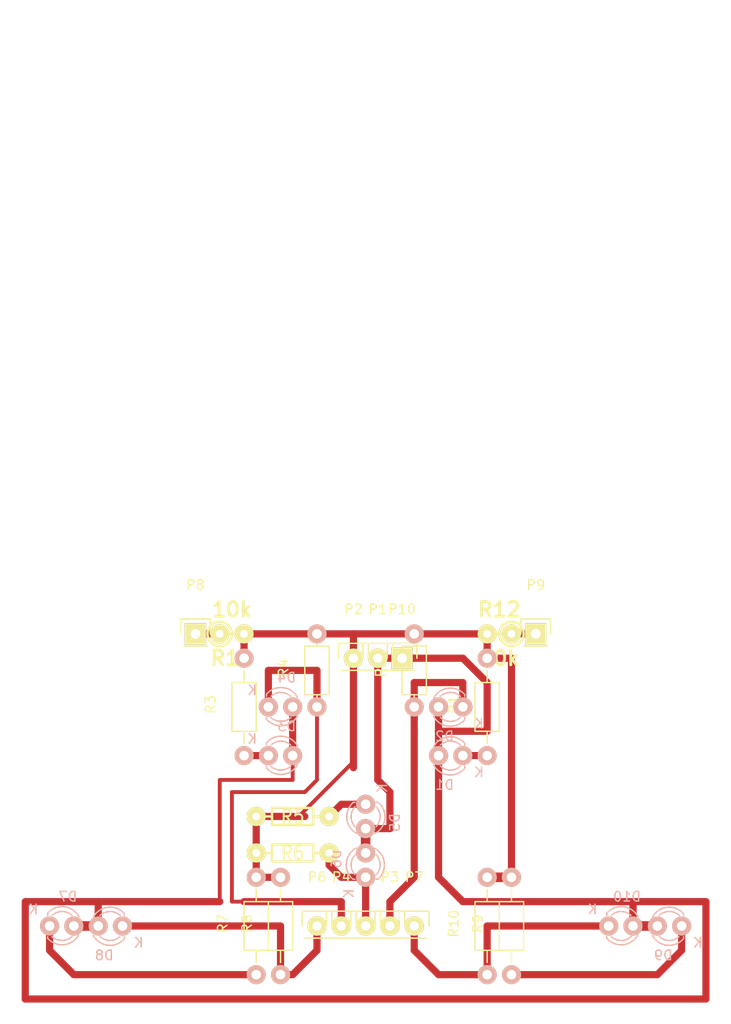
<source format=kicad_pcb>
(kicad_pcb (version 4) (host pcbnew 4.0.2+dfsg1-stable)

  (general
    (links 40)
    (no_connects 0)
    (area 109.119999 32.919999 185.520001 139.800001)
    (thickness 1.6)
    (drawings 7)
    (tracks 95)
    (zones 0)
    (modules 32)
    (nets 15)
  )

  (page A4)
  (layers
    (0 F.Cu signal)
    (31 B.Cu signal)
    (32 B.Adhes user)
    (33 F.Adhes user)
    (34 B.Paste user)
    (35 F.Paste user)
    (36 B.SilkS user)
    (37 F.SilkS user)
    (38 B.Mask user)
    (39 F.Mask user)
    (40 Dwgs.User user)
    (41 Cmts.User user)
    (42 Eco1.User user)
    (43 Eco2.User user)
    (44 Edge.Cuts user)
    (45 Margin user)
    (46 B.CrtYd user)
    (47 F.CrtYd user)
    (48 B.Fab user)
    (49 F.Fab user)
  )

  (setup
    (last_trace_width 0.75)
    (user_trace_width 0.4)
    (user_trace_width 0.75)
    (user_trace_width 1)
    (trace_clearance 0.2)
    (zone_clearance 0.508)
    (zone_45_only no)
    (trace_min 0.2)
    (segment_width 0.2)
    (edge_width 0.1)
    (via_size 0.6)
    (via_drill 0.4)
    (via_min_size 0.4)
    (via_min_drill 0.3)
    (uvia_size 0.3)
    (uvia_drill 0.1)
    (uvias_allowed no)
    (uvia_min_size 0.2)
    (uvia_min_drill 0.1)
    (pcb_text_width 0.3)
    (pcb_text_size 1.5 1.5)
    (mod_edge_width 0.15)
    (mod_text_size 1 1)
    (mod_text_width 0.15)
    (pad_size 1.5 1.5)
    (pad_drill 0.6)
    (pad_to_mask_clearance 0)
    (aux_axis_origin 0 0)
    (visible_elements FFFFFF9F)
    (pcbplotparams
      (layerselection 0x00000_00000001)
      (usegerberextensions false)
      (excludeedgelayer true)
      (linewidth 0.100000)
      (plotframeref false)
      (viasonmask false)
      (mode 1)
      (useauxorigin false)
      (hpglpennumber 1)
      (hpglpenspeed 20)
      (hpglpendiameter 15)
      (hpglpenoverlay 2)
      (psnegative false)
      (psa4output false)
      (plotreference true)
      (plotvalue true)
      (plotinvisibletext false)
      (padsonsilk false)
      (subtractmaskfromsilk false)
      (outputformat 1)
      (mirror false)
      (drillshape 0)
      (scaleselection 1)
      (outputdirectory ""))
  )

  (net 0 "")
  (net 1 "Net-(D1-Pad1)")
  (net 2 "Net-(D1-Pad2)")
  (net 3 "Net-(D2-Pad1)")
  (net 4 "Net-(D3-Pad1)")
  (net 5 "Net-(D4-Pad1)")
  (net 6 "Net-(D5-Pad1)")
  (net 7 "Net-(D6-Pad1)")
  (net 8 "Net-(D7-Pad1)")
  (net 9 "Net-(D8-Pad1)")
  (net 10 "Net-(D9-Pad1)")
  (net 11 "Net-(D10-Pad1)")
  (net 12 "Net-(P2-Pad1)")
  (net 13 "Net-(P8-Pad1)")
  (net 14 "Net-(P9-Pad1)")

  (net_class Default "This is the default net class."
    (clearance 0.2)
    (trace_width 0.25)
    (via_dia 0.6)
    (via_drill 0.4)
    (uvia_dia 0.3)
    (uvia_drill 0.1)
    (add_net "Net-(D1-Pad1)")
    (add_net "Net-(D1-Pad2)")
    (add_net "Net-(D10-Pad1)")
    (add_net "Net-(D2-Pad1)")
    (add_net "Net-(D3-Pad1)")
    (add_net "Net-(D4-Pad1)")
    (add_net "Net-(D5-Pad1)")
    (add_net "Net-(D6-Pad1)")
    (add_net "Net-(D7-Pad1)")
    (add_net "Net-(D8-Pad1)")
    (add_net "Net-(D9-Pad1)")
    (add_net "Net-(P2-Pad1)")
    (add_net "Net-(P8-Pad1)")
    (add_net "Net-(P9-Pad1)")
  )

  (module Resistors_ThroughHole:Resistor_Horizontal_RM10mm (layer F.Cu) (tedit 570E36B2) (tstamp 56E98710)
    (at 142.24 107.95 90)
    (descr "Resistor, Axial,  RM 10mm, 1/3W")
    (tags "Resistor Axial RM 10mm 1/3W")
    (path /56E975A1)
    (fp_text reference R4 (at 5.32892 -3.50012 90) (layer F.SilkS)
      (effects (font (size 1 1) (thickness 0.15)))
    )
    (fp_text value 510k (at 5.08 3.81 90) (layer F.Fab)
      (effects (font (size 1 1) (thickness 0.15)))
    )
    (fp_line (start -1.25 -1.5) (end 11.4 -1.5) (layer F.CrtYd) (width 0.05))
    (fp_line (start -1.25 1.5) (end -1.25 -1.5) (layer F.CrtYd) (width 0.05))
    (fp_line (start 11.4 -1.5) (end 11.4 1.5) (layer F.CrtYd) (width 0.05))
    (fp_line (start -1.25 1.5) (end 11.4 1.5) (layer F.CrtYd) (width 0.05))
    (fp_line (start 2.54 -1.27) (end 7.62 -1.27) (layer F.SilkS) (width 0.15))
    (fp_line (start 7.62 -1.27) (end 7.62 1.27) (layer F.SilkS) (width 0.15))
    (fp_line (start 7.62 1.27) (end 2.54 1.27) (layer F.SilkS) (width 0.15))
    (fp_line (start 2.54 1.27) (end 2.54 -1.27) (layer F.SilkS) (width 0.15))
    (fp_line (start 2.54 0) (end 1.27 0) (layer F.SilkS) (width 0.15))
    (fp_line (start 7.62 0) (end 8.89 0) (layer F.SilkS) (width 0.15))
    (pad 1 thru_hole circle (at 1.27 0 90) (size 1.99898 1.99898) (drill 1.00076) (layers *.Cu *.SilkS *.Mask)
      (net 5 "Net-(D4-Pad1)"))
    (pad 2 thru_hole circle (at 8.89 0 90) (size 1.99898 1.99898) (drill 1.00076) (layers *.Cu *.SilkS *.Mask)
      (net 12 "Net-(P2-Pad1)"))
    (model Resistors_ThroughHole.3dshapes/Resistor_Horizontal_RM10mm.wrl
      (at (xyz 0 0 0))
      (scale (xyz 0.4 0.4 0.4))
      (rotate (xyz 0 0 0))
    )
  )

  (module Resistors_ThroughHole:Resistor_Horizontal_RM10mm (layer F.Cu) (tedit 570E3694) (tstamp 56E98704)
    (at 152.4 107.95 90)
    (descr "Resistor, Axial,  RM 10mm, 1/3W")
    (tags "Resistor Axial RM 10mm 1/3W")
    (path /56E9759F)
    (fp_text reference R2 (at 5.32892 -3.50012 90) (layer F.SilkS)
      (effects (font (size 1 1) (thickness 0.15)))
    )
    (fp_text value 510k (at 5.08 3.81 90) (layer F.Fab)
      (effects (font (size 1 1) (thickness 0.15)))
    )
    (fp_line (start -1.25 -1.5) (end 11.4 -1.5) (layer F.CrtYd) (width 0.05))
    (fp_line (start -1.25 1.5) (end -1.25 -1.5) (layer F.CrtYd) (width 0.05))
    (fp_line (start 11.4 -1.5) (end 11.4 1.5) (layer F.CrtYd) (width 0.05))
    (fp_line (start -1.25 1.5) (end 11.4 1.5) (layer F.CrtYd) (width 0.05))
    (fp_line (start 2.54 -1.27) (end 7.62 -1.27) (layer F.SilkS) (width 0.15))
    (fp_line (start 7.62 -1.27) (end 7.62 1.27) (layer F.SilkS) (width 0.15))
    (fp_line (start 7.62 1.27) (end 2.54 1.27) (layer F.SilkS) (width 0.15))
    (fp_line (start 2.54 1.27) (end 2.54 -1.27) (layer F.SilkS) (width 0.15))
    (fp_line (start 2.54 0) (end 1.27 0) (layer F.SilkS) (width 0.15))
    (fp_line (start 7.62 0) (end 8.89 0) (layer F.SilkS) (width 0.15))
    (pad 1 thru_hole circle (at 1.27 0 90) (size 1.99898 1.99898) (drill 1.00076) (layers *.Cu *.SilkS *.Mask)
      (net 3 "Net-(D2-Pad1)"))
    (pad 2 thru_hole circle (at 8.89 0 90) (size 1.99898 1.99898) (drill 1.00076) (layers *.Cu *.SilkS *.Mask)
      (net 12 "Net-(P2-Pad1)"))
    (model Resistors_ThroughHole.3dshapes/Resistor_Horizontal_RM10mm.wrl
      (at (xyz 0 0 0))
      (scale (xyz 0.4 0.4 0.4))
      (rotate (xyz 0 0 0))
    )
  )

  (module LEDs:LED-3MM (layer B.Cu) (tedit 56E984C9) (tstamp 56E9869F)
    (at 157.48 111.76 180)
    (descr "LED 3mm round vertical")
    (tags "LED  3mm round vertical")
    (path /56E97596)
    (fp_text reference D1 (at 1.91 -3.06 180) (layer B.SilkS)
      (effects (font (size 1 1) (thickness 0.15)) (justify mirror))
    )
    (fp_text value LED (at 1.3 2.9 180) (layer B.Fab)
      (effects (font (size 1 1) (thickness 0.15)) (justify mirror))
    )
    (fp_line (start -1.2 -2.3) (end 3.8 -2.3) (layer B.CrtYd) (width 0.05))
    (fp_line (start 3.8 -2.3) (end 3.8 2.2) (layer B.CrtYd) (width 0.05))
    (fp_line (start 3.8 2.2) (end -1.2 2.2) (layer B.CrtYd) (width 0.05))
    (fp_line (start -1.2 2.2) (end -1.2 -2.3) (layer B.CrtYd) (width 0.05))
    (fp_line (start -0.199 -1.314) (end -0.199 -1.114) (layer B.SilkS) (width 0.15))
    (fp_line (start -0.199 1.28) (end -0.199 1.1) (layer B.SilkS) (width 0.15))
    (fp_arc (start 1.301 -0.034) (end -0.199 1.286) (angle -108.5) (layer B.SilkS) (width 0.15))
    (fp_arc (start 1.301 -0.034) (end 0.25 1.1) (angle -85.7) (layer B.SilkS) (width 0.15))
    (fp_arc (start 1.311 -0.034) (end 3.051 -0.994) (angle -110) (layer B.SilkS) (width 0.15))
    (fp_arc (start 1.301 -0.034) (end 2.335 -1.094) (angle -87.5) (layer B.SilkS) (width 0.15))
    (fp_text user K (at -1.69 -1.74 180) (layer B.SilkS)
      (effects (font (size 1 1) (thickness 0.15)) (justify mirror))
    )
    (pad 1 thru_hole circle (at 0 0 180) (size 2 2) (drill 1.00076) (layers *.Cu *.Mask B.SilkS)
      (net 1 "Net-(D1-Pad1)"))
    (pad 2 thru_hole circle (at 2.54 0 180) (size 2 2) (drill 1.00076) (layers *.Cu *.Mask B.SilkS)
      (net 2 "Net-(D1-Pad2)"))
    (model LEDs.3dshapes/LED-3MM.wrl
      (at (xyz 0.05 0 0))
      (scale (xyz 1 1 1))
      (rotate (xyz 0 0 90))
    )
  )

  (module LEDs:LED-3MM (layer B.Cu) (tedit 56E984C9) (tstamp 56E986A5)
    (at 157.48 106.68 180)
    (descr "LED 3mm round vertical")
    (tags "LED  3mm round vertical")
    (path /56E97597)
    (fp_text reference D2 (at 1.91 -3.06 180) (layer B.SilkS)
      (effects (font (size 1 1) (thickness 0.15)) (justify mirror))
    )
    (fp_text value LED (at 1.3 2.9 180) (layer B.Fab)
      (effects (font (size 1 1) (thickness 0.15)) (justify mirror))
    )
    (fp_line (start -1.2 -2.3) (end 3.8 -2.3) (layer B.CrtYd) (width 0.05))
    (fp_line (start 3.8 -2.3) (end 3.8 2.2) (layer B.CrtYd) (width 0.05))
    (fp_line (start 3.8 2.2) (end -1.2 2.2) (layer B.CrtYd) (width 0.05))
    (fp_line (start -1.2 2.2) (end -1.2 -2.3) (layer B.CrtYd) (width 0.05))
    (fp_line (start -0.199 -1.314) (end -0.199 -1.114) (layer B.SilkS) (width 0.15))
    (fp_line (start -0.199 1.28) (end -0.199 1.1) (layer B.SilkS) (width 0.15))
    (fp_arc (start 1.301 -0.034) (end -0.199 1.286) (angle -108.5) (layer B.SilkS) (width 0.15))
    (fp_arc (start 1.301 -0.034) (end 0.25 1.1) (angle -85.7) (layer B.SilkS) (width 0.15))
    (fp_arc (start 1.311 -0.034) (end 3.051 -0.994) (angle -110) (layer B.SilkS) (width 0.15))
    (fp_arc (start 1.301 -0.034) (end 2.335 -1.094) (angle -87.5) (layer B.SilkS) (width 0.15))
    (fp_text user K (at -1.69 -1.74 180) (layer B.SilkS)
      (effects (font (size 1 1) (thickness 0.15)) (justify mirror))
    )
    (pad 1 thru_hole circle (at 0 0 180) (size 2 2) (drill 1.00076) (layers *.Cu *.Mask B.SilkS)
      (net 3 "Net-(D2-Pad1)"))
    (pad 2 thru_hole circle (at 2.54 0 180) (size 2 2) (drill 1.00076) (layers *.Cu *.Mask B.SilkS)
      (net 2 "Net-(D1-Pad2)"))
    (model LEDs.3dshapes/LED-3MM.wrl
      (at (xyz 0.05 0 0))
      (scale (xyz 1 1 1))
      (rotate (xyz 0 0 90))
    )
  )

  (module LEDs:LED-3MM (layer B.Cu) (tedit 56E984C9) (tstamp 56E986AB)
    (at 137.16 111.76)
    (descr "LED 3mm round vertical")
    (tags "LED  3mm round vertical")
    (path /56E97598)
    (fp_text reference D3 (at 1.91 -3.06) (layer B.SilkS)
      (effects (font (size 1 1) (thickness 0.15)) (justify mirror))
    )
    (fp_text value LED (at 1.3 2.9) (layer B.Fab)
      (effects (font (size 1 1) (thickness 0.15)) (justify mirror))
    )
    (fp_line (start -1.2 -2.3) (end 3.8 -2.3) (layer B.CrtYd) (width 0.05))
    (fp_line (start 3.8 -2.3) (end 3.8 2.2) (layer B.CrtYd) (width 0.05))
    (fp_line (start 3.8 2.2) (end -1.2 2.2) (layer B.CrtYd) (width 0.05))
    (fp_line (start -1.2 2.2) (end -1.2 -2.3) (layer B.CrtYd) (width 0.05))
    (fp_line (start -0.199 -1.314) (end -0.199 -1.114) (layer B.SilkS) (width 0.15))
    (fp_line (start -0.199 1.28) (end -0.199 1.1) (layer B.SilkS) (width 0.15))
    (fp_arc (start 1.301 -0.034) (end -0.199 1.286) (angle -108.5) (layer B.SilkS) (width 0.15))
    (fp_arc (start 1.301 -0.034) (end 0.25 1.1) (angle -85.7) (layer B.SilkS) (width 0.15))
    (fp_arc (start 1.311 -0.034) (end 3.051 -0.994) (angle -110) (layer B.SilkS) (width 0.15))
    (fp_arc (start 1.301 -0.034) (end 2.335 -1.094) (angle -87.5) (layer B.SilkS) (width 0.15))
    (fp_text user K (at -1.69 -1.74) (layer B.SilkS)
      (effects (font (size 1 1) (thickness 0.15)) (justify mirror))
    )
    (pad 1 thru_hole circle (at 0 0) (size 2 2) (drill 1.00076) (layers *.Cu *.Mask B.SilkS)
      (net 4 "Net-(D3-Pad1)"))
    (pad 2 thru_hole circle (at 2.54 0) (size 2 2) (drill 1.00076) (layers *.Cu *.Mask B.SilkS)
      (net 2 "Net-(D1-Pad2)"))
    (model LEDs.3dshapes/LED-3MM.wrl
      (at (xyz 0.05 0 0))
      (scale (xyz 1 1 1))
      (rotate (xyz 0 0 90))
    )
  )

  (module LEDs:LED-3MM (layer B.Cu) (tedit 56E984C9) (tstamp 56E986B1)
    (at 137.16 106.68)
    (descr "LED 3mm round vertical")
    (tags "LED  3mm round vertical")
    (path /56E97599)
    (fp_text reference D4 (at 1.91 -3.06) (layer B.SilkS)
      (effects (font (size 1 1) (thickness 0.15)) (justify mirror))
    )
    (fp_text value LED (at 1.3 2.9) (layer B.Fab)
      (effects (font (size 1 1) (thickness 0.15)) (justify mirror))
    )
    (fp_line (start -1.2 -2.3) (end 3.8 -2.3) (layer B.CrtYd) (width 0.05))
    (fp_line (start 3.8 -2.3) (end 3.8 2.2) (layer B.CrtYd) (width 0.05))
    (fp_line (start 3.8 2.2) (end -1.2 2.2) (layer B.CrtYd) (width 0.05))
    (fp_line (start -1.2 2.2) (end -1.2 -2.3) (layer B.CrtYd) (width 0.05))
    (fp_line (start -0.199 -1.314) (end -0.199 -1.114) (layer B.SilkS) (width 0.15))
    (fp_line (start -0.199 1.28) (end -0.199 1.1) (layer B.SilkS) (width 0.15))
    (fp_arc (start 1.301 -0.034) (end -0.199 1.286) (angle -108.5) (layer B.SilkS) (width 0.15))
    (fp_arc (start 1.301 -0.034) (end 0.25 1.1) (angle -85.7) (layer B.SilkS) (width 0.15))
    (fp_arc (start 1.311 -0.034) (end 3.051 -0.994) (angle -110) (layer B.SilkS) (width 0.15))
    (fp_arc (start 1.301 -0.034) (end 2.335 -1.094) (angle -87.5) (layer B.SilkS) (width 0.15))
    (fp_text user K (at -1.69 -1.74) (layer B.SilkS)
      (effects (font (size 1 1) (thickness 0.15)) (justify mirror))
    )
    (pad 1 thru_hole circle (at 0 0) (size 2 2) (drill 1.00076) (layers *.Cu *.Mask B.SilkS)
      (net 5 "Net-(D4-Pad1)"))
    (pad 2 thru_hole circle (at 2.54 0) (size 2 2) (drill 1.00076) (layers *.Cu *.Mask B.SilkS)
      (net 2 "Net-(D1-Pad2)"))
    (model LEDs.3dshapes/LED-3MM.wrl
      (at (xyz 0.05 0 0))
      (scale (xyz 1 1 1))
      (rotate (xyz 0 0 90))
    )
  )

  (module LEDs:LED-3MM (layer B.Cu) (tedit 56E984C9) (tstamp 56E986B7)
    (at 147.32 116.84 270)
    (descr "LED 3mm round vertical")
    (tags "LED  3mm round vertical")
    (path /56E97594)
    (fp_text reference D5 (at 1.91 -3.06 270) (layer B.SilkS)
      (effects (font (size 1 1) (thickness 0.15)) (justify mirror))
    )
    (fp_text value LED (at 1.3 2.9 270) (layer B.Fab)
      (effects (font (size 1 1) (thickness 0.15)) (justify mirror))
    )
    (fp_line (start -1.2 -2.3) (end 3.8 -2.3) (layer B.CrtYd) (width 0.05))
    (fp_line (start 3.8 -2.3) (end 3.8 2.2) (layer B.CrtYd) (width 0.05))
    (fp_line (start 3.8 2.2) (end -1.2 2.2) (layer B.CrtYd) (width 0.05))
    (fp_line (start -1.2 2.2) (end -1.2 -2.3) (layer B.CrtYd) (width 0.05))
    (fp_line (start -0.199 -1.314) (end -0.199 -1.114) (layer B.SilkS) (width 0.15))
    (fp_line (start -0.199 1.28) (end -0.199 1.1) (layer B.SilkS) (width 0.15))
    (fp_arc (start 1.301 -0.034) (end -0.199 1.286) (angle -108.5) (layer B.SilkS) (width 0.15))
    (fp_arc (start 1.301 -0.034) (end 0.25 1.1) (angle -85.7) (layer B.SilkS) (width 0.15))
    (fp_arc (start 1.311 -0.034) (end 3.051 -0.994) (angle -110) (layer B.SilkS) (width 0.15))
    (fp_arc (start 1.301 -0.034) (end 2.335 -1.094) (angle -87.5) (layer B.SilkS) (width 0.15))
    (fp_text user K (at -1.69 -1.74 270) (layer B.SilkS)
      (effects (font (size 1 1) (thickness 0.15)) (justify mirror))
    )
    (pad 1 thru_hole circle (at 0 0 270) (size 2 2) (drill 1.00076) (layers *.Cu *.Mask B.SilkS)
      (net 6 "Net-(D5-Pad1)"))
    (pad 2 thru_hole circle (at 2.54 0 270) (size 2 2) (drill 1.00076) (layers *.Cu *.Mask B.SilkS)
      (net 2 "Net-(D1-Pad2)"))
    (model LEDs.3dshapes/LED-3MM.wrl
      (at (xyz 0.05 0 0))
      (scale (xyz 1 1 1))
      (rotate (xyz 0 0 90))
    )
  )

  (module LEDs:LED-3MM (layer B.Cu) (tedit 56E984C9) (tstamp 56E986BD)
    (at 147.32 124.46 90)
    (descr "LED 3mm round vertical")
    (tags "LED  3mm round vertical")
    (path /56E97595)
    (fp_text reference D6 (at 1.91 -3.06 90) (layer B.SilkS)
      (effects (font (size 1 1) (thickness 0.15)) (justify mirror))
    )
    (fp_text value LED (at 1.3 2.9 90) (layer B.Fab)
      (effects (font (size 1 1) (thickness 0.15)) (justify mirror))
    )
    (fp_line (start -1.2 -2.3) (end 3.8 -2.3) (layer B.CrtYd) (width 0.05))
    (fp_line (start 3.8 -2.3) (end 3.8 2.2) (layer B.CrtYd) (width 0.05))
    (fp_line (start 3.8 2.2) (end -1.2 2.2) (layer B.CrtYd) (width 0.05))
    (fp_line (start -1.2 2.2) (end -1.2 -2.3) (layer B.CrtYd) (width 0.05))
    (fp_line (start -0.199 -1.314) (end -0.199 -1.114) (layer B.SilkS) (width 0.15))
    (fp_line (start -0.199 1.28) (end -0.199 1.1) (layer B.SilkS) (width 0.15))
    (fp_arc (start 1.301 -0.034) (end -0.199 1.286) (angle -108.5) (layer B.SilkS) (width 0.15))
    (fp_arc (start 1.301 -0.034) (end 0.25 1.1) (angle -85.7) (layer B.SilkS) (width 0.15))
    (fp_arc (start 1.311 -0.034) (end 3.051 -0.994) (angle -110) (layer B.SilkS) (width 0.15))
    (fp_arc (start 1.301 -0.034) (end 2.335 -1.094) (angle -87.5) (layer B.SilkS) (width 0.15))
    (fp_text user K (at -1.69 -1.74 90) (layer B.SilkS)
      (effects (font (size 1 1) (thickness 0.15)) (justify mirror))
    )
    (pad 1 thru_hole circle (at 0 0 90) (size 2 2) (drill 1.00076) (layers *.Cu *.Mask B.SilkS)
      (net 7 "Net-(D6-Pad1)"))
    (pad 2 thru_hole circle (at 2.54 0 90) (size 2 2) (drill 1.00076) (layers *.Cu *.Mask B.SilkS)
      (net 2 "Net-(D1-Pad2)"))
    (model LEDs.3dshapes/LED-3MM.wrl
      (at (xyz 0.05 0 0))
      (scale (xyz 1 1 1))
      (rotate (xyz 0 0 90))
    )
  )

  (module LEDs:LED-3MM (layer B.Cu) (tedit 56E984C9) (tstamp 56E986C3)
    (at 114.3 129.54)
    (descr "LED 3mm round vertical")
    (tags "LED  3mm round vertical")
    (path /56E9759A)
    (fp_text reference D7 (at 1.91 -3.06) (layer B.SilkS)
      (effects (font (size 1 1) (thickness 0.15)) (justify mirror))
    )
    (fp_text value LED (at 1.3 2.9) (layer B.Fab)
      (effects (font (size 1 1) (thickness 0.15)) (justify mirror))
    )
    (fp_line (start -1.2 -2.3) (end 3.8 -2.3) (layer B.CrtYd) (width 0.05))
    (fp_line (start 3.8 -2.3) (end 3.8 2.2) (layer B.CrtYd) (width 0.05))
    (fp_line (start 3.8 2.2) (end -1.2 2.2) (layer B.CrtYd) (width 0.05))
    (fp_line (start -1.2 2.2) (end -1.2 -2.3) (layer B.CrtYd) (width 0.05))
    (fp_line (start -0.199 -1.314) (end -0.199 -1.114) (layer B.SilkS) (width 0.15))
    (fp_line (start -0.199 1.28) (end -0.199 1.1) (layer B.SilkS) (width 0.15))
    (fp_arc (start 1.301 -0.034) (end -0.199 1.286) (angle -108.5) (layer B.SilkS) (width 0.15))
    (fp_arc (start 1.301 -0.034) (end 0.25 1.1) (angle -85.7) (layer B.SilkS) (width 0.15))
    (fp_arc (start 1.311 -0.034) (end 3.051 -0.994) (angle -110) (layer B.SilkS) (width 0.15))
    (fp_arc (start 1.301 -0.034) (end 2.335 -1.094) (angle -87.5) (layer B.SilkS) (width 0.15))
    (fp_text user K (at -1.69 -1.74) (layer B.SilkS)
      (effects (font (size 1 1) (thickness 0.15)) (justify mirror))
    )
    (pad 1 thru_hole circle (at 0 0) (size 2 2) (drill 1.00076) (layers *.Cu *.Mask B.SilkS)
      (net 8 "Net-(D7-Pad1)"))
    (pad 2 thru_hole circle (at 2.54 0) (size 2 2) (drill 1.00076) (layers *.Cu *.Mask B.SilkS)
      (net 2 "Net-(D1-Pad2)"))
    (model LEDs.3dshapes/LED-3MM.wrl
      (at (xyz 0.05 0 0))
      (scale (xyz 1 1 1))
      (rotate (xyz 0 0 90))
    )
  )

  (module LEDs:LED-3MM (layer B.Cu) (tedit 56E984C9) (tstamp 56E986C9)
    (at 121.92 129.54 180)
    (descr "LED 3mm round vertical")
    (tags "LED  3mm round vertical")
    (path /56E9759B)
    (fp_text reference D8 (at 1.91 -3.06 180) (layer B.SilkS)
      (effects (font (size 1 1) (thickness 0.15)) (justify mirror))
    )
    (fp_text value LED (at 1.3 2.9 180) (layer B.Fab)
      (effects (font (size 1 1) (thickness 0.15)) (justify mirror))
    )
    (fp_line (start -1.2 -2.3) (end 3.8 -2.3) (layer B.CrtYd) (width 0.05))
    (fp_line (start 3.8 -2.3) (end 3.8 2.2) (layer B.CrtYd) (width 0.05))
    (fp_line (start 3.8 2.2) (end -1.2 2.2) (layer B.CrtYd) (width 0.05))
    (fp_line (start -1.2 2.2) (end -1.2 -2.3) (layer B.CrtYd) (width 0.05))
    (fp_line (start -0.199 -1.314) (end -0.199 -1.114) (layer B.SilkS) (width 0.15))
    (fp_line (start -0.199 1.28) (end -0.199 1.1) (layer B.SilkS) (width 0.15))
    (fp_arc (start 1.301 -0.034) (end -0.199 1.286) (angle -108.5) (layer B.SilkS) (width 0.15))
    (fp_arc (start 1.301 -0.034) (end 0.25 1.1) (angle -85.7) (layer B.SilkS) (width 0.15))
    (fp_arc (start 1.311 -0.034) (end 3.051 -0.994) (angle -110) (layer B.SilkS) (width 0.15))
    (fp_arc (start 1.301 -0.034) (end 2.335 -1.094) (angle -87.5) (layer B.SilkS) (width 0.15))
    (fp_text user K (at -1.69 -1.74 180) (layer B.SilkS)
      (effects (font (size 1 1) (thickness 0.15)) (justify mirror))
    )
    (pad 1 thru_hole circle (at 0 0 180) (size 2 2) (drill 1.00076) (layers *.Cu *.Mask B.SilkS)
      (net 9 "Net-(D8-Pad1)"))
    (pad 2 thru_hole circle (at 2.54 0 180) (size 2 2) (drill 1.00076) (layers *.Cu *.Mask B.SilkS)
      (net 2 "Net-(D1-Pad2)"))
    (model LEDs.3dshapes/LED-3MM.wrl
      (at (xyz 0.05 0 0))
      (scale (xyz 1 1 1))
      (rotate (xyz 0 0 90))
    )
  )

  (module LEDs:LED-3MM (layer B.Cu) (tedit 56E984C9) (tstamp 56E986CF)
    (at 180.34 129.54 180)
    (descr "LED 3mm round vertical")
    (tags "LED  3mm round vertical")
    (path /56E9759C)
    (fp_text reference D9 (at 1.91 -3.06 180) (layer B.SilkS)
      (effects (font (size 1 1) (thickness 0.15)) (justify mirror))
    )
    (fp_text value LED (at 1.3 2.9 180) (layer B.Fab)
      (effects (font (size 1 1) (thickness 0.15)) (justify mirror))
    )
    (fp_line (start -1.2 -2.3) (end 3.8 -2.3) (layer B.CrtYd) (width 0.05))
    (fp_line (start 3.8 -2.3) (end 3.8 2.2) (layer B.CrtYd) (width 0.05))
    (fp_line (start 3.8 2.2) (end -1.2 2.2) (layer B.CrtYd) (width 0.05))
    (fp_line (start -1.2 2.2) (end -1.2 -2.3) (layer B.CrtYd) (width 0.05))
    (fp_line (start -0.199 -1.314) (end -0.199 -1.114) (layer B.SilkS) (width 0.15))
    (fp_line (start -0.199 1.28) (end -0.199 1.1) (layer B.SilkS) (width 0.15))
    (fp_arc (start 1.301 -0.034) (end -0.199 1.286) (angle -108.5) (layer B.SilkS) (width 0.15))
    (fp_arc (start 1.301 -0.034) (end 0.25 1.1) (angle -85.7) (layer B.SilkS) (width 0.15))
    (fp_arc (start 1.311 -0.034) (end 3.051 -0.994) (angle -110) (layer B.SilkS) (width 0.15))
    (fp_arc (start 1.301 -0.034) (end 2.335 -1.094) (angle -87.5) (layer B.SilkS) (width 0.15))
    (fp_text user K (at -1.69 -1.74 180) (layer B.SilkS)
      (effects (font (size 1 1) (thickness 0.15)) (justify mirror))
    )
    (pad 1 thru_hole circle (at 0 0 180) (size 2 2) (drill 1.00076) (layers *.Cu *.Mask B.SilkS)
      (net 10 "Net-(D9-Pad1)"))
    (pad 2 thru_hole circle (at 2.54 0 180) (size 2 2) (drill 1.00076) (layers *.Cu *.Mask B.SilkS)
      (net 2 "Net-(D1-Pad2)"))
    (model LEDs.3dshapes/LED-3MM.wrl
      (at (xyz 0.05 0 0))
      (scale (xyz 1 1 1))
      (rotate (xyz 0 0 90))
    )
  )

  (module LEDs:LED-3MM (layer B.Cu) (tedit 56E984C9) (tstamp 56E986D5)
    (at 172.72 129.54)
    (descr "LED 3mm round vertical")
    (tags "LED  3mm round vertical")
    (path /56E9759D)
    (fp_text reference D10 (at 1.91 -3.06) (layer B.SilkS)
      (effects (font (size 1 1) (thickness 0.15)) (justify mirror))
    )
    (fp_text value LED (at 1.3 2.9) (layer B.Fab)
      (effects (font (size 1 1) (thickness 0.15)) (justify mirror))
    )
    (fp_line (start -1.2 -2.3) (end 3.8 -2.3) (layer B.CrtYd) (width 0.05))
    (fp_line (start 3.8 -2.3) (end 3.8 2.2) (layer B.CrtYd) (width 0.05))
    (fp_line (start 3.8 2.2) (end -1.2 2.2) (layer B.CrtYd) (width 0.05))
    (fp_line (start -1.2 2.2) (end -1.2 -2.3) (layer B.CrtYd) (width 0.05))
    (fp_line (start -0.199 -1.314) (end -0.199 -1.114) (layer B.SilkS) (width 0.15))
    (fp_line (start -0.199 1.28) (end -0.199 1.1) (layer B.SilkS) (width 0.15))
    (fp_arc (start 1.301 -0.034) (end -0.199 1.286) (angle -108.5) (layer B.SilkS) (width 0.15))
    (fp_arc (start 1.301 -0.034) (end 0.25 1.1) (angle -85.7) (layer B.SilkS) (width 0.15))
    (fp_arc (start 1.311 -0.034) (end 3.051 -0.994) (angle -110) (layer B.SilkS) (width 0.15))
    (fp_arc (start 1.301 -0.034) (end 2.335 -1.094) (angle -87.5) (layer B.SilkS) (width 0.15))
    (fp_text user K (at -1.69 -1.74) (layer B.SilkS)
      (effects (font (size 1 1) (thickness 0.15)) (justify mirror))
    )
    (pad 1 thru_hole circle (at 0 0) (size 2 2) (drill 1.00076) (layers *.Cu *.Mask B.SilkS)
      (net 11 "Net-(D10-Pad1)"))
    (pad 2 thru_hole circle (at 2.54 0) (size 2 2) (drill 1.00076) (layers *.Cu *.Mask B.SilkS)
      (net 2 "Net-(D1-Pad2)"))
    (model LEDs.3dshapes/LED-3MM.wrl
      (at (xyz 0.05 0 0))
      (scale (xyz 1 1 1))
      (rotate (xyz 0 0 90))
    )
  )

  (module Pin_Headers:Pin_Header_Straight_1x01 (layer F.Cu) (tedit 56E98611) (tstamp 56E986DA)
    (at 148.59 101.6)
    (descr "Through hole pin header")
    (tags "pin header")
    (path /56E975A8)
    (fp_text reference P1 (at 0 -5.1) (layer F.SilkS)
      (effects (font (size 1 1) (thickness 0.15)))
    )
    (fp_text value CONN_01X01 (at 0 -3.1) (layer F.Fab)
      (effects (font (size 1 1) (thickness 0.15)))
    )
    (fp_line (start 1.55 -1.55) (end 1.55 0) (layer F.SilkS) (width 0.15))
    (fp_line (start -1.75 -1.75) (end -1.75 1.75) (layer F.CrtYd) (width 0.05))
    (fp_line (start 1.75 -1.75) (end 1.75 1.75) (layer F.CrtYd) (width 0.05))
    (fp_line (start -1.75 -1.75) (end 1.75 -1.75) (layer F.CrtYd) (width 0.05))
    (fp_line (start -1.75 1.75) (end 1.75 1.75) (layer F.CrtYd) (width 0.05))
    (fp_line (start -1.55 0) (end -1.55 -1.55) (layer F.SilkS) (width 0.15))
    (fp_line (start -1.55 -1.55) (end 1.55 -1.55) (layer F.SilkS) (width 0.15))
    (fp_line (start -1.27 1.27) (end 1.27 1.27) (layer F.SilkS) (width 0.15))
    (pad 1 thru_hole circle (at 0 0) (size 2.024 2.024) (drill 0.962) (layers *.Cu *.Mask F.SilkS)
      (net 2 "Net-(D1-Pad2)"))
    (model Pin_Headers.3dshapes/Pin_Header_Straight_1x01.wrl
      (at (xyz 0 0 0))
      (scale (xyz 1 1 1))
      (rotate (xyz 0 0 90))
    )
  )

  (module Pin_Headers:Pin_Header_Straight_1x01 (layer F.Cu) (tedit 56E98611) (tstamp 56E986DF)
    (at 146.05 101.6)
    (descr "Through hole pin header")
    (tags "pin header")
    (path /56E975A9)
    (fp_text reference P2 (at 0 -5.1) (layer F.SilkS)
      (effects (font (size 1 1) (thickness 0.15)))
    )
    (fp_text value CONN_01X01 (at 0 -3.1) (layer F.Fab)
      (effects (font (size 1 1) (thickness 0.15)))
    )
    (fp_line (start 1.55 -1.55) (end 1.55 0) (layer F.SilkS) (width 0.15))
    (fp_line (start -1.75 -1.75) (end -1.75 1.75) (layer F.CrtYd) (width 0.05))
    (fp_line (start 1.75 -1.75) (end 1.75 1.75) (layer F.CrtYd) (width 0.05))
    (fp_line (start -1.75 -1.75) (end 1.75 -1.75) (layer F.CrtYd) (width 0.05))
    (fp_line (start -1.75 1.75) (end 1.75 1.75) (layer F.CrtYd) (width 0.05))
    (fp_line (start -1.55 0) (end -1.55 -1.55) (layer F.SilkS) (width 0.15))
    (fp_line (start -1.55 -1.55) (end 1.55 -1.55) (layer F.SilkS) (width 0.15))
    (fp_line (start -1.27 1.27) (end 1.27 1.27) (layer F.SilkS) (width 0.15))
    (pad 1 thru_hole circle (at 0 0) (size 2.024 2.024) (drill 0.962) (layers *.Cu *.Mask F.SilkS)
      (net 12 "Net-(P2-Pad1)"))
    (model Pin_Headers.3dshapes/Pin_Header_Straight_1x01.wrl
      (at (xyz 0 0 0))
      (scale (xyz 1 1 1))
      (rotate (xyz 0 0 90))
    )
  )

  (module Pin_Headers:Pin_Header_Straight_1x01 (layer F.Cu) (tedit 56E98611) (tstamp 56E986E4)
    (at 149.86 129.54)
    (descr "Through hole pin header")
    (tags "pin header")
    (path /56E975AB)
    (fp_text reference P3 (at 0 -5.1) (layer F.SilkS)
      (effects (font (size 1 1) (thickness 0.15)))
    )
    (fp_text value CONN_01X01 (at 0 -3.1) (layer F.Fab)
      (effects (font (size 1 1) (thickness 0.15)))
    )
    (fp_line (start 1.55 -1.55) (end 1.55 0) (layer F.SilkS) (width 0.15))
    (fp_line (start -1.75 -1.75) (end -1.75 1.75) (layer F.CrtYd) (width 0.05))
    (fp_line (start 1.75 -1.75) (end 1.75 1.75) (layer F.CrtYd) (width 0.05))
    (fp_line (start -1.75 -1.75) (end 1.75 -1.75) (layer F.CrtYd) (width 0.05))
    (fp_line (start -1.75 1.75) (end 1.75 1.75) (layer F.CrtYd) (width 0.05))
    (fp_line (start -1.55 0) (end -1.55 -1.55) (layer F.SilkS) (width 0.15))
    (fp_line (start -1.55 -1.55) (end 1.55 -1.55) (layer F.SilkS) (width 0.15))
    (fp_line (start -1.27 1.27) (end 1.27 1.27) (layer F.SilkS) (width 0.15))
    (pad 1 thru_hole circle (at 0 0) (size 2.024 2.024) (drill 0.962) (layers *.Cu *.Mask F.SilkS)
      (net 3 "Net-(D2-Pad1)"))
    (model Pin_Headers.3dshapes/Pin_Header_Straight_1x01.wrl
      (at (xyz 0 0 0))
      (scale (xyz 1 1 1))
      (rotate (xyz 0 0 90))
    )
  )

  (module Pin_Headers:Pin_Header_Straight_1x01 (layer F.Cu) (tedit 56E98611) (tstamp 56E986E9)
    (at 144.78 129.54)
    (descr "Through hole pin header")
    (tags "pin header")
    (path /56E975AA)
    (fp_text reference P4 (at 0 -5.1) (layer F.SilkS)
      (effects (font (size 1 1) (thickness 0.15)))
    )
    (fp_text value CONN_01X01 (at 0 -3.1) (layer F.Fab)
      (effects (font (size 1 1) (thickness 0.15)))
    )
    (fp_line (start 1.55 -1.55) (end 1.55 0) (layer F.SilkS) (width 0.15))
    (fp_line (start -1.75 -1.75) (end -1.75 1.75) (layer F.CrtYd) (width 0.05))
    (fp_line (start 1.75 -1.75) (end 1.75 1.75) (layer F.CrtYd) (width 0.05))
    (fp_line (start -1.75 -1.75) (end 1.75 -1.75) (layer F.CrtYd) (width 0.05))
    (fp_line (start -1.75 1.75) (end 1.75 1.75) (layer F.CrtYd) (width 0.05))
    (fp_line (start -1.55 0) (end -1.55 -1.55) (layer F.SilkS) (width 0.15))
    (fp_line (start -1.55 -1.55) (end 1.55 -1.55) (layer F.SilkS) (width 0.15))
    (fp_line (start -1.27 1.27) (end 1.27 1.27) (layer F.SilkS) (width 0.15))
    (pad 1 thru_hole circle (at 0 0) (size 2.024 2.024) (drill 0.962) (layers *.Cu *.Mask F.SilkS)
      (net 5 "Net-(D4-Pad1)"))
    (model Pin_Headers.3dshapes/Pin_Header_Straight_1x01.wrl
      (at (xyz 0 0 0))
      (scale (xyz 1 1 1))
      (rotate (xyz 0 0 90))
    )
  )

  (module Pin_Headers:Pin_Header_Straight_1x01 (layer F.Cu) (tedit 56E98611) (tstamp 56E986EE)
    (at 147.32 129.54)
    (descr "Through hole pin header")
    (tags "pin header")
    (path /56E975AC)
    (fp_text reference P5 (at 0 -5.1) (layer F.SilkS)
      (effects (font (size 1 1) (thickness 0.15)))
    )
    (fp_text value CONN_01X01 (at 0 -3.1) (layer F.Fab)
      (effects (font (size 1 1) (thickness 0.15)))
    )
    (fp_line (start 1.55 -1.55) (end 1.55 0) (layer F.SilkS) (width 0.15))
    (fp_line (start -1.75 -1.75) (end -1.75 1.75) (layer F.CrtYd) (width 0.05))
    (fp_line (start 1.75 -1.75) (end 1.75 1.75) (layer F.CrtYd) (width 0.05))
    (fp_line (start -1.75 -1.75) (end 1.75 -1.75) (layer F.CrtYd) (width 0.05))
    (fp_line (start -1.75 1.75) (end 1.75 1.75) (layer F.CrtYd) (width 0.05))
    (fp_line (start -1.55 0) (end -1.55 -1.55) (layer F.SilkS) (width 0.15))
    (fp_line (start -1.55 -1.55) (end 1.55 -1.55) (layer F.SilkS) (width 0.15))
    (fp_line (start -1.27 1.27) (end 1.27 1.27) (layer F.SilkS) (width 0.15))
    (pad 1 thru_hole circle (at 0 0) (size 2.024 2.024) (drill 0.962) (layers *.Cu *.Mask F.SilkS)
      (net 7 "Net-(D6-Pad1)"))
    (model Pin_Headers.3dshapes/Pin_Header_Straight_1x01.wrl
      (at (xyz 0 0 0))
      (scale (xyz 1 1 1))
      (rotate (xyz 0 0 90))
    )
  )

  (module Pin_Headers:Pin_Header_Straight_1x01 (layer F.Cu) (tedit 56E98611) (tstamp 56E986F3)
    (at 142.24 129.54)
    (descr "Through hole pin header")
    (tags "pin header")
    (path /56E975AD)
    (fp_text reference P6 (at 0 -5.1) (layer F.SilkS)
      (effects (font (size 1 1) (thickness 0.15)))
    )
    (fp_text value CONN_01X01 (at 0 -3.1) (layer F.Fab)
      (effects (font (size 1 1) (thickness 0.15)))
    )
    (fp_line (start 1.55 -1.55) (end 1.55 0) (layer F.SilkS) (width 0.15))
    (fp_line (start -1.75 -1.75) (end -1.75 1.75) (layer F.CrtYd) (width 0.05))
    (fp_line (start 1.75 -1.75) (end 1.75 1.75) (layer F.CrtYd) (width 0.05))
    (fp_line (start -1.75 -1.75) (end 1.75 -1.75) (layer F.CrtYd) (width 0.05))
    (fp_line (start -1.75 1.75) (end 1.75 1.75) (layer F.CrtYd) (width 0.05))
    (fp_line (start -1.55 0) (end -1.55 -1.55) (layer F.SilkS) (width 0.15))
    (fp_line (start -1.55 -1.55) (end 1.55 -1.55) (layer F.SilkS) (width 0.15))
    (fp_line (start -1.27 1.27) (end 1.27 1.27) (layer F.SilkS) (width 0.15))
    (pad 1 thru_hole circle (at 0 0) (size 2.024 2.024) (drill 0.962) (layers *.Cu *.Mask F.SilkS)
      (net 9 "Net-(D8-Pad1)"))
    (model Pin_Headers.3dshapes/Pin_Header_Straight_1x01.wrl
      (at (xyz 0 0 0))
      (scale (xyz 1 1 1))
      (rotate (xyz 0 0 90))
    )
  )

  (module Pin_Headers:Pin_Header_Straight_1x01 (layer F.Cu) (tedit 56E98611) (tstamp 56E986F8)
    (at 152.4 129.54)
    (descr "Through hole pin header")
    (tags "pin header")
    (path /56E975AE)
    (fp_text reference P7 (at 0 -5.1) (layer F.SilkS)
      (effects (font (size 1 1) (thickness 0.15)))
    )
    (fp_text value CONN_01X01 (at 0 -3.1) (layer F.Fab)
      (effects (font (size 1 1) (thickness 0.15)))
    )
    (fp_line (start 1.55 -1.55) (end 1.55 0) (layer F.SilkS) (width 0.15))
    (fp_line (start -1.75 -1.75) (end -1.75 1.75) (layer F.CrtYd) (width 0.05))
    (fp_line (start 1.75 -1.75) (end 1.75 1.75) (layer F.CrtYd) (width 0.05))
    (fp_line (start -1.75 -1.75) (end 1.75 -1.75) (layer F.CrtYd) (width 0.05))
    (fp_line (start -1.75 1.75) (end 1.75 1.75) (layer F.CrtYd) (width 0.05))
    (fp_line (start -1.55 0) (end -1.55 -1.55) (layer F.SilkS) (width 0.15))
    (fp_line (start -1.55 -1.55) (end 1.55 -1.55) (layer F.SilkS) (width 0.15))
    (fp_line (start -1.27 1.27) (end 1.27 1.27) (layer F.SilkS) (width 0.15))
    (pad 1 thru_hole circle (at 0 0) (size 2.024 2.024) (drill 0.962) (layers *.Cu *.Mask F.SilkS)
      (net 11 "Net-(D10-Pad1)"))
    (model Pin_Headers.3dshapes/Pin_Header_Straight_1x01.wrl
      (at (xyz 0 0 0))
      (scale (xyz 1 1 1))
      (rotate (xyz 0 0 90))
    )
  )

  (module Resistors_ThroughHole:Resistor_Horizontal_RM10mm (layer F.Cu) (tedit 56648415) (tstamp 56E98722)
    (at 135.89 134.62 90)
    (descr "Resistor, Axial,  RM 10mm, 1/3W")
    (tags "Resistor Axial RM 10mm 1/3W")
    (path /56E975A4)
    (fp_text reference R7 (at 5.32892 -3.50012 90) (layer F.SilkS)
      (effects (font (size 1 1) (thickness 0.15)))
    )
    (fp_text value 150 (at 5.08 3.81 90) (layer F.Fab)
      (effects (font (size 1 1) (thickness 0.15)))
    )
    (fp_line (start -1.25 -1.5) (end 11.4 -1.5) (layer F.CrtYd) (width 0.05))
    (fp_line (start -1.25 1.5) (end -1.25 -1.5) (layer F.CrtYd) (width 0.05))
    (fp_line (start 11.4 -1.5) (end 11.4 1.5) (layer F.CrtYd) (width 0.05))
    (fp_line (start -1.25 1.5) (end 11.4 1.5) (layer F.CrtYd) (width 0.05))
    (fp_line (start 2.54 -1.27) (end 7.62 -1.27) (layer F.SilkS) (width 0.15))
    (fp_line (start 7.62 -1.27) (end 7.62 1.27) (layer F.SilkS) (width 0.15))
    (fp_line (start 7.62 1.27) (end 2.54 1.27) (layer F.SilkS) (width 0.15))
    (fp_line (start 2.54 1.27) (end 2.54 -1.27) (layer F.SilkS) (width 0.15))
    (fp_line (start 2.54 0) (end 1.27 0) (layer F.SilkS) (width 0.15))
    (fp_line (start 7.62 0) (end 8.89 0) (layer F.SilkS) (width 0.15))
    (pad 1 thru_hole circle (at 0 0 90) (size 1.99898 1.99898) (drill 1.00076) (layers *.Cu *.SilkS *.Mask)
      (net 8 "Net-(D7-Pad1)"))
    (pad 2 thru_hole circle (at 10.16 0 90) (size 1.99898 1.99898) (drill 1.00076) (layers *.Cu *.SilkS *.Mask)
      (net 12 "Net-(P2-Pad1)"))
    (model Resistors_ThroughHole.3dshapes/Resistor_Horizontal_RM10mm.wrl
      (at (xyz 0 0 0))
      (scale (xyz 0.4 0.4 0.4))
      (rotate (xyz 0 0 0))
    )
  )

  (module Resistors_ThroughHole:Resistor_Horizontal_RM10mm (layer F.Cu) (tedit 56648415) (tstamp 56E9872E)
    (at 162.56 134.62 90)
    (descr "Resistor, Axial,  RM 10mm, 1/3W")
    (tags "Resistor Axial RM 10mm 1/3W")
    (path /56E975A6)
    (fp_text reference R9 (at 5.32892 -3.50012 90) (layer F.SilkS)
      (effects (font (size 1 1) (thickness 0.15)))
    )
    (fp_text value 150 (at 5.08 3.81 90) (layer F.Fab)
      (effects (font (size 1 1) (thickness 0.15)))
    )
    (fp_line (start -1.25 -1.5) (end 11.4 -1.5) (layer F.CrtYd) (width 0.05))
    (fp_line (start -1.25 1.5) (end -1.25 -1.5) (layer F.CrtYd) (width 0.05))
    (fp_line (start 11.4 -1.5) (end 11.4 1.5) (layer F.CrtYd) (width 0.05))
    (fp_line (start -1.25 1.5) (end 11.4 1.5) (layer F.CrtYd) (width 0.05))
    (fp_line (start 2.54 -1.27) (end 7.62 -1.27) (layer F.SilkS) (width 0.15))
    (fp_line (start 7.62 -1.27) (end 7.62 1.27) (layer F.SilkS) (width 0.15))
    (fp_line (start 7.62 1.27) (end 2.54 1.27) (layer F.SilkS) (width 0.15))
    (fp_line (start 2.54 1.27) (end 2.54 -1.27) (layer F.SilkS) (width 0.15))
    (fp_line (start 2.54 0) (end 1.27 0) (layer F.SilkS) (width 0.15))
    (fp_line (start 7.62 0) (end 8.89 0) (layer F.SilkS) (width 0.15))
    (pad 1 thru_hole circle (at 0 0 90) (size 1.99898 1.99898) (drill 1.00076) (layers *.Cu *.SilkS *.Mask)
      (net 10 "Net-(D9-Pad1)"))
    (pad 2 thru_hole circle (at 10.16 0 90) (size 1.99898 1.99898) (drill 1.00076) (layers *.Cu *.SilkS *.Mask)
      (net 12 "Net-(P2-Pad1)"))
    (model Resistors_ThroughHole.3dshapes/Resistor_Horizontal_RM10mm.wrl
      (at (xyz 0 0 0))
      (scale (xyz 0.4 0.4 0.4))
      (rotate (xyz 0 0 0))
    )
  )

  (module Resistors_ThroughHole:Resistor_Horizontal_RM10mm (layer F.Cu) (tedit 56648415) (tstamp 56E98734)
    (at 160.02 134.62 90)
    (descr "Resistor, Axial,  RM 10mm, 1/3W")
    (tags "Resistor Axial RM 10mm 1/3W")
    (path /56E975A7)
    (fp_text reference R10 (at 5.32892 -3.50012 90) (layer F.SilkS)
      (effects (font (size 1 1) (thickness 0.15)))
    )
    (fp_text value 510k (at 5.08 3.81 90) (layer F.Fab)
      (effects (font (size 1 1) (thickness 0.15)))
    )
    (fp_line (start -1.25 -1.5) (end 11.4 -1.5) (layer F.CrtYd) (width 0.05))
    (fp_line (start -1.25 1.5) (end -1.25 -1.5) (layer F.CrtYd) (width 0.05))
    (fp_line (start 11.4 -1.5) (end 11.4 1.5) (layer F.CrtYd) (width 0.05))
    (fp_line (start -1.25 1.5) (end 11.4 1.5) (layer F.CrtYd) (width 0.05))
    (fp_line (start 2.54 -1.27) (end 7.62 -1.27) (layer F.SilkS) (width 0.15))
    (fp_line (start 7.62 -1.27) (end 7.62 1.27) (layer F.SilkS) (width 0.15))
    (fp_line (start 7.62 1.27) (end 2.54 1.27) (layer F.SilkS) (width 0.15))
    (fp_line (start 2.54 1.27) (end 2.54 -1.27) (layer F.SilkS) (width 0.15))
    (fp_line (start 2.54 0) (end 1.27 0) (layer F.SilkS) (width 0.15))
    (fp_line (start 7.62 0) (end 8.89 0) (layer F.SilkS) (width 0.15))
    (pad 1 thru_hole circle (at 0 0 90) (size 1.99898 1.99898) (drill 1.00076) (layers *.Cu *.SilkS *.Mask)
      (net 11 "Net-(D10-Pad1)"))
    (pad 2 thru_hole circle (at 10.16 0 90) (size 1.99898 1.99898) (drill 1.00076) (layers *.Cu *.SilkS *.Mask)
      (net 12 "Net-(P2-Pad1)"))
    (model Resistors_ThroughHole.3dshapes/Resistor_Horizontal_RM10mm.wrl
      (at (xyz 0 0 0))
      (scale (xyz 0.4 0.4 0.4))
      (rotate (xyz 0 0 0))
    )
  )

  (module Resistors_ThroughHole:Resistor_Horizontal_RM10mm (layer F.Cu) (tedit 56648415) (tstamp 56E98728)
    (at 138.43 134.62 90)
    (descr "Resistor, Axial,  RM 10mm, 1/3W")
    (tags "Resistor Axial RM 10mm 1/3W")
    (path /56E975A5)
    (fp_text reference R8 (at 5.32892 -3.50012 90) (layer F.SilkS)
      (effects (font (size 1 1) (thickness 0.15)))
    )
    (fp_text value 510k (at 5.08 3.81 90) (layer F.Fab)
      (effects (font (size 1 1) (thickness 0.15)))
    )
    (fp_line (start -1.25 -1.5) (end 11.4 -1.5) (layer F.CrtYd) (width 0.05))
    (fp_line (start -1.25 1.5) (end -1.25 -1.5) (layer F.CrtYd) (width 0.05))
    (fp_line (start 11.4 -1.5) (end 11.4 1.5) (layer F.CrtYd) (width 0.05))
    (fp_line (start -1.25 1.5) (end 11.4 1.5) (layer F.CrtYd) (width 0.05))
    (fp_line (start 2.54 -1.27) (end 7.62 -1.27) (layer F.SilkS) (width 0.15))
    (fp_line (start 7.62 -1.27) (end 7.62 1.27) (layer F.SilkS) (width 0.15))
    (fp_line (start 7.62 1.27) (end 2.54 1.27) (layer F.SilkS) (width 0.15))
    (fp_line (start 2.54 1.27) (end 2.54 -1.27) (layer F.SilkS) (width 0.15))
    (fp_line (start 2.54 0) (end 1.27 0) (layer F.SilkS) (width 0.15))
    (fp_line (start 7.62 0) (end 8.89 0) (layer F.SilkS) (width 0.15))
    (pad 1 thru_hole circle (at 0 0 90) (size 1.99898 1.99898) (drill 1.00076) (layers *.Cu *.SilkS *.Mask)
      (net 9 "Net-(D8-Pad1)"))
    (pad 2 thru_hole circle (at 10.16 0 90) (size 1.99898 1.99898) (drill 1.00076) (layers *.Cu *.SilkS *.Mask)
      (net 12 "Net-(P2-Pad1)"))
    (model Resistors_ThroughHole.3dshapes/Resistor_Horizontal_RM10mm.wrl
      (at (xyz 0 0 0))
      (scale (xyz 0.4 0.4 0.4))
      (rotate (xyz 0 0 0))
    )
  )

  (module Resistors_ThroughHole:Resistor_Horizontal_RM10mm (layer F.Cu) (tedit 56648415) (tstamp 56E9870A)
    (at 134.62 111.76 90)
    (descr "Resistor, Axial,  RM 10mm, 1/3W")
    (tags "Resistor Axial RM 10mm 1/3W")
    (path /56E975A0)
    (fp_text reference R3 (at 5.32892 -3.50012 90) (layer F.SilkS)
      (effects (font (size 1 1) (thickness 0.15)))
    )
    (fp_text value 150 (at 5.08 3.81 90) (layer F.Fab)
      (effects (font (size 1 1) (thickness 0.15)))
    )
    (fp_line (start -1.25 -1.5) (end 11.4 -1.5) (layer F.CrtYd) (width 0.05))
    (fp_line (start -1.25 1.5) (end -1.25 -1.5) (layer F.CrtYd) (width 0.05))
    (fp_line (start 11.4 -1.5) (end 11.4 1.5) (layer F.CrtYd) (width 0.05))
    (fp_line (start -1.25 1.5) (end 11.4 1.5) (layer F.CrtYd) (width 0.05))
    (fp_line (start 2.54 -1.27) (end 7.62 -1.27) (layer F.SilkS) (width 0.15))
    (fp_line (start 7.62 -1.27) (end 7.62 1.27) (layer F.SilkS) (width 0.15))
    (fp_line (start 7.62 1.27) (end 2.54 1.27) (layer F.SilkS) (width 0.15))
    (fp_line (start 2.54 1.27) (end 2.54 -1.27) (layer F.SilkS) (width 0.15))
    (fp_line (start 2.54 0) (end 1.27 0) (layer F.SilkS) (width 0.15))
    (fp_line (start 7.62 0) (end 8.89 0) (layer F.SilkS) (width 0.15))
    (pad 1 thru_hole circle (at 0 0 90) (size 1.99898 1.99898) (drill 1.00076) (layers *.Cu *.SilkS *.Mask)
      (net 4 "Net-(D3-Pad1)"))
    (pad 2 thru_hole circle (at 10.16 0 90) (size 1.99898 1.99898) (drill 1.00076) (layers *.Cu *.SilkS *.Mask)
      (net 12 "Net-(P2-Pad1)"))
    (model Resistors_ThroughHole.3dshapes/Resistor_Horizontal_RM10mm.wrl
      (at (xyz 0 0 0))
      (scale (xyz 0.4 0.4 0.4))
      (rotate (xyz 0 0 0))
    )
  )

  (module Resistors_ThroughHole:Resistor_Horizontal_RM10mm (layer F.Cu) (tedit 56648415) (tstamp 56E986FE)
    (at 160.02 111.76 90)
    (descr "Resistor, Axial,  RM 10mm, 1/3W")
    (tags "Resistor Axial RM 10mm 1/3W")
    (path /56E9759E)
    (fp_text reference R1 (at 5.32892 -3.50012 90) (layer F.SilkS)
      (effects (font (size 1 1) (thickness 0.15)))
    )
    (fp_text value 150 (at 5.08 3.81 90) (layer F.Fab)
      (effects (font (size 1 1) (thickness 0.15)))
    )
    (fp_line (start -1.25 -1.5) (end 11.4 -1.5) (layer F.CrtYd) (width 0.05))
    (fp_line (start -1.25 1.5) (end -1.25 -1.5) (layer F.CrtYd) (width 0.05))
    (fp_line (start 11.4 -1.5) (end 11.4 1.5) (layer F.CrtYd) (width 0.05))
    (fp_line (start -1.25 1.5) (end 11.4 1.5) (layer F.CrtYd) (width 0.05))
    (fp_line (start 2.54 -1.27) (end 7.62 -1.27) (layer F.SilkS) (width 0.15))
    (fp_line (start 7.62 -1.27) (end 7.62 1.27) (layer F.SilkS) (width 0.15))
    (fp_line (start 7.62 1.27) (end 2.54 1.27) (layer F.SilkS) (width 0.15))
    (fp_line (start 2.54 1.27) (end 2.54 -1.27) (layer F.SilkS) (width 0.15))
    (fp_line (start 2.54 0) (end 1.27 0) (layer F.SilkS) (width 0.15))
    (fp_line (start 7.62 0) (end 8.89 0) (layer F.SilkS) (width 0.15))
    (pad 1 thru_hole circle (at 0 0 90) (size 1.99898 1.99898) (drill 1.00076) (layers *.Cu *.SilkS *.Mask)
      (net 1 "Net-(D1-Pad1)"))
    (pad 2 thru_hole circle (at 10.16 0 90) (size 1.99898 1.99898) (drill 1.00076) (layers *.Cu *.SilkS *.Mask)
      (net 12 "Net-(P2-Pad1)"))
    (model Resistors_ThroughHole.3dshapes/Resistor_Horizontal_RM10mm.wrl
      (at (xyz 0 0 0))
      (scale (xyz 0.4 0.4 0.4))
      (rotate (xyz 0 0 0))
    )
  )

  (module w_pth_resistors:RC03 (layer F.Cu) (tedit 0) (tstamp 56E98716)
    (at 139.7 118.11 180)
    (descr "Resistor, RC03")
    (tags R)
    (path /56E975A2)
    (autoplace_cost180 10)
    (fp_text reference R5 (at 0 0 180) (layer F.SilkS)
      (effects (font (size 1.397 1.27) (thickness 0.2032)))
    )
    (fp_text value 150 (at 0 2.032 180) (layer F.SilkS) hide
      (effects (font (size 1.397 1.27) (thickness 0.2032)))
    )
    (fp_line (start 2.159 0) (end 3.81 0) (layer F.SilkS) (width 0.254))
    (fp_line (start -2.159 0) (end -3.81 0) (layer F.SilkS) (width 0.254))
    (fp_line (start -2.159 -0.889) (end -2.159 0.889) (layer F.SilkS) (width 0.254))
    (fp_line (start -2.159 0.889) (end 2.159 0.889) (layer F.SilkS) (width 0.254))
    (fp_line (start 2.159 0.889) (end 2.159 -0.889) (layer F.SilkS) (width 0.254))
    (fp_line (start 2.159 -0.889) (end -2.159 -0.889) (layer F.SilkS) (width 0.254))
    (pad 1 thru_hole circle (at -3.81 0 180) (size 1.99898 1.99898) (drill 0.8001) (layers *.Cu *.Mask F.SilkS)
      (net 6 "Net-(D5-Pad1)"))
    (pad 2 thru_hole circle (at 3.81 0 180) (size 1.99898 1.99898) (drill 0.8001) (layers *.Cu *.Mask F.SilkS)
      (net 12 "Net-(P2-Pad1)"))
    (model walter/pth_resistors/rc03.wrl
      (at (xyz 0 0 0))
      (scale (xyz 1 1 1))
      (rotate (xyz 0 0 0))
    )
  )

  (module w_pth_resistors:RC03 (layer F.Cu) (tedit 0) (tstamp 56E9871C)
    (at 139.7 121.92 180)
    (descr "Resistor, RC03")
    (tags R)
    (path /56E975A3)
    (autoplace_cost180 10)
    (fp_text reference R6 (at 0 0 180) (layer F.SilkS)
      (effects (font (size 1.397 1.27) (thickness 0.2032)))
    )
    (fp_text value 510k (at 0 2.032 180) (layer F.SilkS) hide
      (effects (font (size 1.397 1.27) (thickness 0.2032)))
    )
    (fp_line (start 2.159 0) (end 3.81 0) (layer F.SilkS) (width 0.254))
    (fp_line (start -2.159 0) (end -3.81 0) (layer F.SilkS) (width 0.254))
    (fp_line (start -2.159 -0.889) (end -2.159 0.889) (layer F.SilkS) (width 0.254))
    (fp_line (start -2.159 0.889) (end 2.159 0.889) (layer F.SilkS) (width 0.254))
    (fp_line (start 2.159 0.889) (end 2.159 -0.889) (layer F.SilkS) (width 0.254))
    (fp_line (start 2.159 -0.889) (end -2.159 -0.889) (layer F.SilkS) (width 0.254))
    (pad 1 thru_hole circle (at -3.81 0 180) (size 1.99898 1.99898) (drill 0.8001) (layers *.Cu *.Mask F.SilkS)
      (net 7 "Net-(D6-Pad1)"))
    (pad 2 thru_hole circle (at 3.81 0 180) (size 1.99898 1.99898) (drill 0.8001) (layers *.Cu *.Mask F.SilkS)
      (net 12 "Net-(P2-Pad1)"))
    (model walter/pth_resistors/rc03.wrl
      (at (xyz 0 0 0))
      (scale (xyz 1 1 1))
      (rotate (xyz 0 0 0))
    )
  )

  (module Pin_Headers:Pin_Header_Straight_1x01 (layer F.Cu) (tedit 54EA08DC) (tstamp 5724A0CC)
    (at 129.54 99.06)
    (descr "Through hole pin header")
    (tags "pin header")
    (path /5724A372)
    (fp_text reference P8 (at 0 -5.1) (layer F.SilkS)
      (effects (font (size 1 1) (thickness 0.15)))
    )
    (fp_text value CONN_01X01 (at 0 -3.1) (layer F.Fab)
      (effects (font (size 1 1) (thickness 0.15)))
    )
    (fp_line (start 1.55 -1.55) (end 1.55 0) (layer F.SilkS) (width 0.15))
    (fp_line (start -1.75 -1.75) (end -1.75 1.75) (layer F.CrtYd) (width 0.05))
    (fp_line (start 1.75 -1.75) (end 1.75 1.75) (layer F.CrtYd) (width 0.05))
    (fp_line (start -1.75 -1.75) (end 1.75 -1.75) (layer F.CrtYd) (width 0.05))
    (fp_line (start -1.75 1.75) (end 1.75 1.75) (layer F.CrtYd) (width 0.05))
    (fp_line (start -1.55 0) (end -1.55 -1.55) (layer F.SilkS) (width 0.15))
    (fp_line (start -1.55 -1.55) (end 1.55 -1.55) (layer F.SilkS) (width 0.15))
    (fp_line (start -1.27 1.27) (end 1.27 1.27) (layer F.SilkS) (width 0.15))
    (pad 1 thru_hole rect (at 0 0) (size 2.2352 2.2352) (drill 1.016) (layers *.Cu *.Mask F.SilkS)
      (net 13 "Net-(P8-Pad1)"))
    (model Pin_Headers.3dshapes/Pin_Header_Straight_1x01.wrl
      (at (xyz 0 0 0))
      (scale (xyz 1 1 1))
      (rotate (xyz 0 0 90))
    )
  )

  (module Pin_Headers:Pin_Header_Straight_1x01 (layer F.Cu) (tedit 54EA08DC) (tstamp 5724A0D1)
    (at 165.1 99.06)
    (descr "Through hole pin header")
    (tags "pin header")
    (path /5724A2A5)
    (fp_text reference P9 (at 0 -5.1) (layer F.SilkS)
      (effects (font (size 1 1) (thickness 0.15)))
    )
    (fp_text value CONN_01X01 (at 0 -3.1) (layer F.Fab)
      (effects (font (size 1 1) (thickness 0.15)))
    )
    (fp_line (start 1.55 -1.55) (end 1.55 0) (layer F.SilkS) (width 0.15))
    (fp_line (start -1.75 -1.75) (end -1.75 1.75) (layer F.CrtYd) (width 0.05))
    (fp_line (start 1.75 -1.75) (end 1.75 1.75) (layer F.CrtYd) (width 0.05))
    (fp_line (start -1.75 -1.75) (end 1.75 -1.75) (layer F.CrtYd) (width 0.05))
    (fp_line (start -1.75 1.75) (end 1.75 1.75) (layer F.CrtYd) (width 0.05))
    (fp_line (start -1.55 0) (end -1.55 -1.55) (layer F.SilkS) (width 0.15))
    (fp_line (start -1.55 -1.55) (end 1.55 -1.55) (layer F.SilkS) (width 0.15))
    (fp_line (start -1.27 1.27) (end 1.27 1.27) (layer F.SilkS) (width 0.15))
    (pad 1 thru_hole rect (at 0 0) (size 2.2352 2.2352) (drill 1.016) (layers *.Cu *.Mask F.SilkS)
      (net 14 "Net-(P9-Pad1)"))
    (model Pin_Headers.3dshapes/Pin_Header_Straight_1x01.wrl
      (at (xyz 0 0 0))
      (scale (xyz 1 1 1))
      (rotate (xyz 0 0 90))
    )
  )

  (module Pin_Headers:Pin_Header_Straight_1x01 (layer F.Cu) (tedit 54EA08DC) (tstamp 5724A0D6)
    (at 151.13 101.6)
    (descr "Through hole pin header")
    (tags "pin header")
    (path /5724A1DF)
    (fp_text reference P10 (at 0 -5.1) (layer F.SilkS)
      (effects (font (size 1 1) (thickness 0.15)))
    )
    (fp_text value CONN_01X01 (at 0 -3.1) (layer F.Fab)
      (effects (font (size 1 1) (thickness 0.15)))
    )
    (fp_line (start 1.55 -1.55) (end 1.55 0) (layer F.SilkS) (width 0.15))
    (fp_line (start -1.75 -1.75) (end -1.75 1.75) (layer F.CrtYd) (width 0.05))
    (fp_line (start 1.75 -1.75) (end 1.75 1.75) (layer F.CrtYd) (width 0.05))
    (fp_line (start -1.75 -1.75) (end 1.75 -1.75) (layer F.CrtYd) (width 0.05))
    (fp_line (start -1.75 1.75) (end 1.75 1.75) (layer F.CrtYd) (width 0.05))
    (fp_line (start -1.55 0) (end -1.55 -1.55) (layer F.SilkS) (width 0.15))
    (fp_line (start -1.55 -1.55) (end 1.55 -1.55) (layer F.SilkS) (width 0.15))
    (fp_line (start -1.27 1.27) (end 1.27 1.27) (layer F.SilkS) (width 0.15))
    (pad 1 thru_hole rect (at 0 0) (size 2.2352 2.2352) (drill 1.016) (layers *.Cu *.Mask F.SilkS)
      (net 2 "Net-(D1-Pad2)"))
    (model Pin_Headers.3dshapes/Pin_Header_Straight_1x01.wrl
      (at (xyz 0 0 0))
      (scale (xyz 1 1 1))
      (rotate (xyz 0 0 90))
    )
  )

  (module w_pth_resistors:rc05_vert (layer F.Cu) (tedit 0) (tstamp 5724A0DC)
    (at 133.35 99.06)
    (descr "Resistor, RC05 vertical")
    (path /5724A48E)
    (fp_text reference R11 (at 0 2.54) (layer F.SilkS)
      (effects (font (thickness 0.3048)))
    )
    (fp_text value 10k (at 0 -2.54) (layer F.SilkS)
      (effects (font (thickness 0.3048)))
    )
    (fp_line (start -1.27 0) (end 1.27 0) (layer F.SilkS) (width 0.254))
    (fp_circle (center -1.27 0) (end 0 0) (layer F.SilkS) (width 0.254))
    (pad 1 thru_hole circle (at -1.27 0) (size 1.99898 1.99898) (drill 0.8001) (layers *.Cu *.Mask F.SilkS)
      (net 13 "Net-(P8-Pad1)"))
    (pad 2 thru_hole circle (at 1.27 0) (size 1.99898 1.99898) (drill 0.8001) (layers *.Cu *.Mask F.SilkS)
      (net 12 "Net-(P2-Pad1)"))
    (model walter/pth_resistors/rc05vert.wrl
      (at (xyz 0 0 0))
      (scale (xyz 1 1 1))
      (rotate (xyz 0 0 0))
    )
  )

  (module w_pth_resistors:rc05_vert (layer F.Cu) (tedit 0) (tstamp 5724A0E2)
    (at 161.29 99.06 180)
    (descr "Resistor, RC05 vertical")
    (path /5724A596)
    (fp_text reference R12 (at 0 2.54 180) (layer F.SilkS)
      (effects (font (thickness 0.3048)))
    )
    (fp_text value 10k (at 0 -2.54 180) (layer F.SilkS)
      (effects (font (thickness 0.3048)))
    )
    (fp_line (start -1.27 0) (end 1.27 0) (layer F.SilkS) (width 0.254))
    (fp_circle (center -1.27 0) (end 0 0) (layer F.SilkS) (width 0.254))
    (pad 1 thru_hole circle (at -1.27 0 180) (size 1.99898 1.99898) (drill 0.8001) (layers *.Cu *.Mask F.SilkS)
      (net 14 "Net-(P9-Pad1)"))
    (pad 2 thru_hole circle (at 1.27 0 180) (size 1.99898 1.99898) (drill 0.8001) (layers *.Cu *.Mask F.SilkS)
      (net 12 "Net-(P2-Pad1)"))
    (model walter/pth_resistors/rc05vert.wrl
      (at (xyz 0 0 0))
      (scale (xyz 1 1 1))
      (rotate (xyz 0 0 0))
    )
  )

  (gr_line (start 127 139.7) (end 185.42 139.7) (angle 90) (layer Eco1.User) (width 0.2))
  (gr_line (start 109.22 139.7) (end 127 139.7) (angle 90) (layer Eco1.User) (width 0.2))
  (gr_line (start 109.22 33.02) (end 109.22 96.52) (angle 90) (layer Eco1.User) (width 0.2))
  (gr_line (start 109.22 139.7) (end 109.22 96.52) (angle 90) (layer Eco1.User) (width 0.2))
  (gr_line (start 185.42 77.47) (end 185.42 139.7) (angle 90) (layer Eco1.User) (width 0.2))
  (gr_line (start 185.42 33.02) (end 185.42 77.47) (angle 90) (layer Eco1.User) (width 0.2))
  (gr_line (start 109.22 33.02) (end 185.42 33.02) (angle 90) (layer Eco1.User) (width 0.2))

  (segment (start 160.02 111.76) (end 157.48 111.76) (width 0.75) (layer F.Cu) (net 1))
  (segment (start 119.38 127) (end 132.08 127) (width 0.75) (layer F.Cu) (net 2))
  (segment (start 139.7 114.3) (end 132.08 114.3) (width 0.4) (layer F.Cu) (net 2) (tstamp 570EA2D2))
  (segment (start 132.08 114.3) (end 132.08 127) (width 0.4) (layer F.Cu) (net 2) (tstamp 570EA2D3))
  (segment (start 139.7 111.76) (end 139.7 114.3) (width 0.4) (layer F.Cu) (net 2))
  (segment (start 151.13 101.6) (end 152.4 101.6) (width 0.75) (layer F.Cu) (net 2))
  (segment (start 154.94 111.76) (end 154.94 124.46) (width 0.75) (layer F.Cu) (net 2))
  (segment (start 157.48 127) (end 175.26 127) (width 0.75) (layer F.Cu) (net 2) (tstamp 570E3904))
  (segment (start 154.94 124.46) (end 157.48 127) (width 0.75) (layer F.Cu) (net 2) (tstamp 570E3902))
  (segment (start 175.26 127) (end 175.26 129.54) (width 0.75) (layer F.Cu) (net 2) (tstamp 570E3906))
  (segment (start 175.26 129.54) (end 175.26 127) (width 0.75) (layer F.Cu) (net 2))
  (segment (start 111.76 127) (end 119.38 127) (width 0.75) (layer F.Cu) (net 2) (tstamp 570E389F))
  (segment (start 175.26 127) (end 182.88 127) (width 0.75) (layer F.Cu) (net 2) (tstamp 570E3895))
  (segment (start 182.88 127) (end 182.88 137.16) (width 0.75) (layer F.Cu) (net 2) (tstamp 570E389A))
  (segment (start 182.88 137.16) (end 111.76 137.16) (width 0.75) (layer F.Cu) (net 2) (tstamp 570E389B))
  (segment (start 111.76 137.16) (end 111.76 127) (width 0.75) (layer F.Cu) (net 2) (tstamp 570E389D))
  (segment (start 119.38 127) (end 119.38 129.54) (width 0.75) (layer F.Cu) (net 2) (tstamp 570E3887))
  (segment (start 148.59 101.6) (end 152.4 101.6) (width 0.75) (layer F.Cu) (net 2))
  (segment (start 152.4 101.6) (end 157.48 101.6) (width 0.75) (layer F.Cu) (net 2) (tstamp 5724A13A))
  (segment (start 160.02 109.22) (end 154.94 109.22) (width 0.75) (layer F.Cu) (net 2) (tstamp 570E37DC))
  (segment (start 160.02 104.14) (end 160.02 109.22) (width 0.75) (layer F.Cu) (net 2) (tstamp 570E37DB))
  (segment (start 157.48 101.6) (end 160.02 104.14) (width 0.75) (layer F.Cu) (net 2) (tstamp 570E37DA))
  (segment (start 148.59 101.6) (end 148.59 102.87) (width 0.75) (layer F.Cu) (net 2))
  (segment (start 154.94 111.76) (end 154.94 109.22) (width 0.75) (layer F.Cu) (net 2))
  (segment (start 154.94 109.22) (end 154.94 106.68) (width 0.75) (layer F.Cu) (net 2) (tstamp 570E37DF))
  (segment (start 139.7 106.68) (end 139.7 111.76) (width 0.75) (layer F.Cu) (net 2))
  (segment (start 148.59 102.87) (end 148.59 114.3) (width 0.75) (layer F.Cu) (net 2) (tstamp 570E37D8))
  (segment (start 148.59 114.3) (end 149.86 115.57) (width 0.75) (layer F.Cu) (net 2) (tstamp 570E3644))
  (segment (start 149.86 115.57) (end 149.86 119.38) (width 0.75) (layer F.Cu) (net 2) (tstamp 570E3645))
  (segment (start 149.86 119.38) (end 147.32 119.38) (width 0.75) (layer F.Cu) (net 2) (tstamp 570E3646))
  (segment (start 147.32 119.38) (end 147.32 121.92) (width 1) (layer F.Cu) (net 2))
  (segment (start 177.8 129.54) (end 175.26 129.54) (width 1) (layer F.Cu) (net 2))
  (segment (start 116.84 129.54) (end 119.38 129.54) (width 1) (layer F.Cu) (net 2))
  (segment (start 152.4 106.68) (end 152.4 104.14) (width 0.75) (layer F.Cu) (net 3))
  (segment (start 157.48 104.14) (end 157.48 106.68) (width 0.75) (layer F.Cu) (net 3) (tstamp 570E37CF))
  (segment (start 152.4 104.14) (end 157.48 104.14) (width 0.75) (layer F.Cu) (net 3) (tstamp 570E37CE))
  (segment (start 152.4 109.22) (end 152.4 106.68) (width 0.75) (layer F.Cu) (net 3))
  (segment (start 149.86 127) (end 149.86 129.54) (width 0.75) (layer F.Cu) (net 3) (tstamp 570E3364))
  (segment (start 152.4 124.46) (end 149.86 127) (width 0.75) (layer F.Cu) (net 3) (tstamp 570E3363))
  (segment (start 152.4 109.22) (end 152.4 124.46) (width 0.75) (layer F.Cu) (net 3) (tstamp 570E3362))
  (segment (start 134.62 111.76) (end 137.16 111.76) (width 0.75) (layer F.Cu) (net 4))
  (segment (start 144.78 127) (end 144.78 129.54) (width 0.75) (layer F.Cu) (net 5) (status 800000))
  (segment (start 134.62 127) (end 144.78 127) (width 0.75) (layer F.Cu) (net 5))
  (segment (start 142.24 114.3) (end 142.24 106.68) (width 0.4) (layer F.Cu) (net 5) (tstamp 570EA2C5))
  (segment (start 140.97 115.57) (end 142.24 114.3) (width 0.4) (layer F.Cu) (net 5) (tstamp 570EA2C4))
  (segment (start 133.35 115.57) (end 140.97 115.57) (width 0.4) (layer F.Cu) (net 5) (tstamp 570EA2C1))
  (segment (start 133.35 127) (end 133.35 115.57) (width 0.4) (layer F.Cu) (net 5) (tstamp 570EA2C0))
  (segment (start 134.62 127) (end 133.35 127) (width 0.4) (layer F.Cu) (net 5) (tstamp 5727C7F2))
  (segment (start 142.24 106.68) (end 142.24 102.87) (width 0.75) (layer F.Cu) (net 5))
  (segment (start 137.16 102.87) (end 137.16 106.68) (width 0.75) (layer F.Cu) (net 5) (tstamp 570E37B1))
  (segment (start 142.24 102.87) (end 137.16 102.87) (width 0.75) (layer F.Cu) (net 5) (tstamp 570E37B0))
  (segment (start 143.51 118.11) (end 144.78 116.84) (width 0.75) (layer F.Cu) (net 6))
  (segment (start 144.78 116.84) (end 147.32 116.84) (width 0.75) (layer F.Cu) (net 6) (tstamp 57122824))
  (segment (start 143.51 121.92) (end 143.51 123.19) (width 0.75) (layer F.Cu) (net 7))
  (segment (start 144.78 124.46) (end 147.32 124.46) (width 0.75) (layer F.Cu) (net 7) (tstamp 57122828))
  (segment (start 143.51 123.19) (end 144.78 124.46) (width 0.75) (layer F.Cu) (net 7) (tstamp 57122827))
  (segment (start 147.32 129.54) (end 147.32 124.46) (width 0.75) (layer F.Cu) (net 7))
  (segment (start 116.84 134.62) (end 118.11 134.62) (width 0.75) (layer F.Cu) (net 8))
  (segment (start 116.84 134.62) (end 114.3 132.08) (width 0.75) (layer F.Cu) (net 8) (tstamp 570E386F))
  (segment (start 114.3 129.54) (end 114.3 132.08) (width 0.75) (layer F.Cu) (net 8) (tstamp 570E3872))
  (segment (start 118.11 134.62) (end 135.89 134.62) (width 0.75) (layer F.Cu) (net 8))
  (segment (start 121.92 129.54) (end 138.43 129.54) (width 0.75) (layer F.Cu) (net 9))
  (segment (start 138.43 129.54) (end 138.43 134.62) (width 0.75) (layer F.Cu) (net 9) (tstamp 570E3C9D))
  (segment (start 138.43 134.62) (end 139.7 134.62) (width 0.75) (layer F.Cu) (net 9))
  (segment (start 142.24 132.08) (end 142.24 129.54) (width 0.75) (layer F.Cu) (net 9) (tstamp 570E3C97))
  (segment (start 139.7 134.62) (end 142.24 132.08) (width 0.75) (layer F.Cu) (net 9) (tstamp 570E3C96))
  (segment (start 180.34 129.54) (end 180.34 132.08) (width 0.75) (layer F.Cu) (net 10))
  (segment (start 177.8 134.62) (end 162.56 134.62) (width 0.75) (layer F.Cu) (net 10) (tstamp 570E386B))
  (segment (start 180.34 132.08) (end 177.8 134.62) (width 0.75) (layer F.Cu) (net 10) (tstamp 570E3869))
  (segment (start 160.02 134.62) (end 160.02 129.54) (width 0.75) (layer F.Cu) (net 11))
  (segment (start 160.02 129.54) (end 172.72 129.54) (width 0.75) (layer F.Cu) (net 11) (tstamp 570E3866))
  (segment (start 152.4 129.54) (end 152.4 132.08) (width 0.75) (layer F.Cu) (net 11))
  (segment (start 154.94 134.62) (end 160.02 134.62) (width 0.75) (layer F.Cu) (net 11) (tstamp 570E3368))
  (segment (start 152.4 132.08) (end 154.94 134.62) (width 0.75) (layer F.Cu) (net 11) (tstamp 570E3367))
  (segment (start 146.05 101.6) (end 146.05 113.03) (width 0.75) (layer F.Cu) (net 12) (status 400000))
  (segment (start 135.89 118.11) (end 140.97 118.11) (width 0.75) (layer F.Cu) (net 12) (status 400000))
  (segment (start 160.02 101.6) (end 160.02 99.06) (width 0.75) (layer F.Cu) (net 12))
  (segment (start 160.02 99.06) (end 152.4 99.06) (width 0.75) (layer F.Cu) (net 12))
  (segment (start 134.62 99.06) (end 134.62 101.6) (width 0.75) (layer F.Cu) (net 12))
  (segment (start 142.24 99.06) (end 134.62 99.06) (width 0.75) (layer F.Cu) (net 12))
  (segment (start 162.56 124.46) (end 162.56 101.6) (width 0.75) (layer F.Cu) (net 12))
  (segment (start 162.56 101.6) (end 160.02 101.6) (width 0.75) (layer F.Cu) (net 12) (tstamp 570E3C6B))
  (segment (start 135.89 121.92) (end 135.89 124.46) (width 0.75) (layer F.Cu) (net 12))
  (segment (start 135.89 118.11) (end 140.335 118.11) (width 0.4) (layer F.Cu) (net 12))
  (segment (start 146.05 112.395) (end 146.05 101.6) (width 0.4) (layer F.Cu) (net 12) (tstamp 57122831))
  (segment (start 144.78 113.665) (end 146.05 112.395) (width 0.4) (layer F.Cu) (net 12) (tstamp 57122830))
  (segment (start 140.335 118.11) (end 144.78 113.665) (width 0.4) (layer F.Cu) (net 12) (tstamp 5712282E))
  (segment (start 135.89 121.92) (end 135.89 118.11) (width 0.75) (layer F.Cu) (net 12))
  (segment (start 146.05 101.6) (end 146.05 99.06) (width 0.75) (layer F.Cu) (net 12))
  (segment (start 152.4 99.06) (end 146.05 99.06) (width 0.75) (layer F.Cu) (net 12) (tstamp 570E3738))
  (segment (start 146.05 99.06) (end 142.24 99.06) (width 0.75) (layer F.Cu) (net 12) (tstamp 570E3740))
  (segment (start 135.89 124.46) (end 138.43 124.46) (width 0.75) (layer F.Cu) (net 12))
  (segment (start 162.56 124.46) (end 160.02 124.46) (width 1) (layer F.Cu) (net 12))
  (segment (start 132.08 99.06) (end 129.54 99.06) (width 0.75) (layer F.Cu) (net 13))
  (segment (start 162.56 99.06) (end 165.1 99.06) (width 0.75) (layer F.Cu) (net 14))

)

</source>
